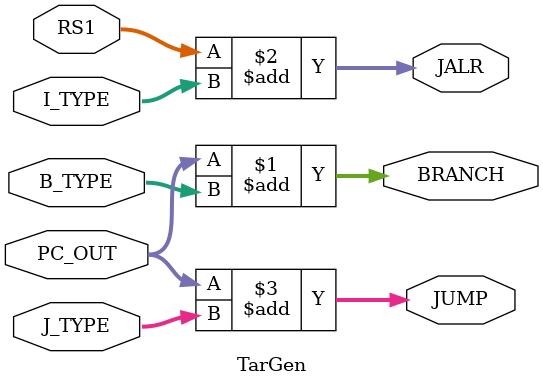
<source format=sv>
`timescale 1ns / 1ps

module OTTER_MCU(
    CLK,RST,INT, IOBUS_IN, IOBUS_OUT, IOBUS_ADDR,IOBUS_WR,RX,TX
);
    input CLK,RST,INT;
    input [31:0] IOBUS_IN;
    input RX;
    output TX;
    output [31:0] IOBUS_OUT, IOBUS_ADDR;
    output IOBUS_WR;

    // Temporary variables
    logic [31:0] decode_i, decode_pc, execute_i, execute_pc, memory_i, memory_pc,
    wb_i, wb_pc, pc_wait_out, rf_wr_out, jalr, branch, jal, mtvec, mepc, pc_mux_out, pc_out,
    pc_4, ir, dout2, mem_data_after, mem_addr_after, rf_mux_out, rs1, rs2, i_type,
    s_type, b_type, u_type, j_type, rs1_mux_out, rs2_mux_out, md1_out, reg_A_out,
    md2_out, reg_B_out, alu_out, alu_reg_out, wb_reg_out;
    logic pc_write, csrWrite, csr_reg, mie, memRead2, mem_we_after, mem_sign, regWrite, br_eq,
    br_lt, br_ltu, alu_srcA;
    logic [1:0] mem_size, rf_wr_sel, alu_srcB;
    logic [2:0] pc_src;
    logic [3:0] alu_func;

    logic clear_decode, clear_execute, clear_memory, clear_wb, refetch_pc;

    mux8_3 pc_mux(
        .ZERO(pc_4),
        .ONE(jalr),
        .TWO(branch),
        .THREE(jal),
        .FOUR(mtvec),
        .FIVE(mepc),
        .SEL(pc_src),
        .MUXOUT(pc_mux_out));

    PC OTTER_PC(
        .D_IN(pc_mux_out),
        .PC_WRITE(pc_write),
        .RST(RST),
        .CLK(CLK),
        .D_OUT(pc_out));
    assign pc_4 = pc_out + 4;

    Register DECODE_IR(.clk(CLK),.enable(1'b1),.din(ir),.dout(decode_i),.rst(RST),.setnull());
    Register DECODE_PC(.clk(CLK),.enable(1'b1),.din(pc_wait_out),.dout(decode_pc),.rst(RST),.setnull());

    Decode_Decoder DEC_DECODER(
        .DEC_IR(decode_i),
        .BR_EQ(br_eq),
        .BR_LTU(br_ltu),
        .BR_LT(br_lt),
        .ALU_SRCB(alu_srcB),
        .ALU_SRCA(alu_srcA),
        .PC_SOURCE(pc_src)
    );

    Register EXECUTE_IR(.clk(CLK),.enable(),.din(decode_i),.dout(execute_i),.rst(RST),.setnull());
    Register EXECUTE_PC(.clk(CLK),.enable(),.din(decode_pc),.dout(execute_pc),.rst(RST),.setnull());

    Execute_Decoder EXE_DECODER(
        .EXE_IR(execute_i),
        .CLEAR(),
        .ALU_FUNC(),
    );
    Register MEMORY_IR(.clk(CLK),.enable(),.din(execute_i),.dout(memory_i),.rst(RST),.setnull());
    Register MEMORY_PC(.clk(CLK),.enable(),.din(execute_pc),.dout(memory_pc),.rst(RST),.setnull());

    Register WB_IR(.clk(CLK),.enable(),.din(memory_i),.dout(wb_i),.rst(RST),.setnull());
    Register WB_PC(.clk(CLK),.enable(),.din(memory_pc),.dout(wb_pc),.rst(RST),.setnull());
    assign wb_pc_4 = wb_pc + 4;

    Register PC_WAIT(.clk(CLK),.enable(),.din(pc_out),.dout(pc_wait_out),.rst(RST),.setnull());

    CSR csr_intr(
        .CLK(CLK),
        .RST(rst_new),
        .INT_TAKEN(intTaken),
        .ADDR(ir[31:20]),
        .PC(pc_out),
        .WD(wb_reg_out),
        .WR_EN(csrWrite),
        .RD(csr_reg),
        .CSR_MEPC(mepc), //return ADDRess after handling trap-interrupt
        .CSR_MTVEC(mtvec),  //trap handler ADDRess
        .CSR_MIE(mie) //interrupt enable register
    );

    OTTER_mem_byte OTTER_MEMORY(
        .MEM_CLK(CLK),
        .MEM_ADDR1(pc_out),
        .MEM_READ1(1'b1),
        .MEM_DOUT1(ir),
        .MEM_DOUT2(dout2),
        .MEM_DIN2(md2_out),
        .MEM_ADDR2(alu_reg_out),
        .MEM_SIZE(ir[13:12]),
        .MEM_READ2(memRead2),
        .MEM_WRITE2(memWrite),
        .IO_IN(IOBUS_IN),
        .IO_WR(IOBUS_WR),
        .MEM_SIGN(mem_sign)
    );

    mux4_1 rf_wr_mux(
        .ZERO(wb_pc_4),
        .ONE(csr_reg),
        .TWO(dout2),
        .THREE(wb_reg_out),
        .SEL(rf_wr_sel),
        .MUXOUT(rf_wr_out)
    );

    RegisterFile32x32 GPRs(
        .CLK(CLK),
        .EN(regWrite),
        .WD(rf_mux_out),
        .ADR1(ir[19:15]),
        .ADR2(ir[24:20]),
        .WA(ir[11:7]),
        .RS1(rs1),
        .RS2(rs2)
    );

    CondGen condition_generator(
        .RS1(rs1),
        .RS2(rs2),
        .BR_EQ(br_eq),
        .BR_LT(br_lt),
        .BR_LTU(br_ltu)
    );

    ImmGen immediate_generator(
        .IR(ir),
        .I(i_type),
        .S(s_type),
        .B(b_type),
        .U(u_type),
        .J(j_type));

    mux2_1 rs1Mux(
        .ZERO(rs1),
        .ONE(u_type),
        .SEL(alu_srcA),
        .MUXOUT(rs1_mux_out));

    mux4_1 rs2Mux(
        .ZERO(rs2),
        .ONE(i_type),
        .TWO(s_type),
        .THREE(decode_pc),
        .SEL(alu_srcB),
        .MUXOUT(rs2_mux_out));

    Register registerA(
        .din(rs1_mux_out),
        .en(1),
        .clk(CLK),
        .rst(0),
        .dout(reg_A_out)
    );

    Register registerB(
        .din(rs2_mux_out),
        .en(1),
        .clk(CLK),
        .rst(0),
        .dout(reg_B_out)
    );

    Register MD1(
        .din(rs2),
        .en(1),
        .clk(CLK),
        .rst(0),
        .dout(md1_out)
    );

    Register MD2(
        .din(md1_out),
        .en(1),
        .clk(CLK),
        .rst(0),
        .dout(md2_out)
    );
    ALU alu_main(
        .A(reg_A_out),
        .B(reg_B_out),
        .ALU_FUN(alu_func),
        .ALU_OUT(alu_out)
    );

    Register alu_reg(
        .din(alu_out),
        .en(1),
        .clk(CLK),
        .rst(0),
        .dout(alu_reg_out)
    );

    Register wb_reg(
        .din(alu_reg_out),
        .en(1),
        .clk(CLK),
        .rst(0),
        .dout(wb_reg_out)
    );

endmodule





module OTTER_MCU_old(
CLK,RST,INT, IOBUS_IN, IOBUS_OUT, IOBUS_ADDR,IOBUS_WR,RX,TX
    );
    input CLK,RST,INT;
    input [31:0] IOBUS_IN;
    input RX;
    output TX;
    output [31:0] IOBUS_OUT, IOBUS_ADDR;
    output IOBUS_WR;
    logic [31:0] jalr, branch, jump, pc_4, d_in, pc_out,ir,
    csr_reg,dout2,wd,rs1,rs2, alu_a, alu_b, utype, itype,stype,jtype,
    btype, alu_out,mepc,mtvec,
    prog_ram_addr,prog_ram_data, mem_data_after,mem_size,mem_addr_after;
    logic [3:0] alu_fun;
    logic [1:0] rf_wr_sel, alu_srcB;
    logic [2:0] pcSource;
    logic pc_write, regWrite, alu_srcA,br_eq,br_lt,br_ltu,memRead1,
     memRead2,memWrite,intTaken,csrWrite, interrupt,mie,
     rst_new,prog_rst,prg_we, mem_we_after;

    or or1(rst_new, RST,prog_rst);
    //assign rst_new = RST | prog_rst;
    assign mem_we_after = memWrite | prg_we;

    //everything below this line is pipelining additions
    logic [31:0] decodeIRout,executeIRout, executeRS1out,executeRS2out,executeMD2out,memoryIRout,memoryALU_OUTout,memoryMD2out,wa;

    OTTER_mem_byte mem_main(
    .MEM_CLK(CLK),
    .MEM_ADDR1(pc_out),
    .MEM_READ1(memRead1),
    .MEM_DOUT1(ir),
    .MEM_DOUT2(dout2),
    .MEM_DIN2(mem_data_after),
    .MEM_ADDR2(mem_addr_after),
    .MEM_SIZE(mem_size),
    .MEM_READ2(memRead2),
    .MEM_WRITE2(mem_we_after),
    .IO_IN(IOBUS_IN),
    .IO_WR(IOBUS_WR),
    .MEM_SIGN(ir[14])

    ); //should be done
    //OTTER_mem_byte(MEM_CLK,MEM_ADDR1,MEM_ADDR2,MEM_DIN2,MEM_WRITE2,MEM_READ1,MEM_READ2,ERR,MEM_DOUT1,MEM_DOUT2,IO_IN,IO_WR,MEM_SIZE,MEM_SIGN);

//    Register decodeIR(.clk(CLK),.enable(decodeIRen),.rst(),.din(ir),.dout(decodeIRout));

//    Register executeIR(.clk(CLK),.enable(executeIRen),.rst(),.din(decodeIRout),.dout(executeIRout));

//    Register executeRS1(.clk(CLK),.enable(executeRS1en),.rst(),.din(rs1),.dout(executeRS1out));

//    Register executeRS2(.clk(CLK),.enable(executeRS2en),.rst(),.din(rs2),.dout(executeRS2out));

//    Register executeMD2(.clk(CLK),.enable(executeMemoryData2en),.rst(),.din(rs2),.dout(executeMD2out));

//    Register memoryIR(.clk(CLK),.enable(memoryIRen),.rst(),.din(executeIRout),.dout(memoryIRout));

//    Register memoryALU_OUT(.clk(CLK),.enable(memoryALU_OUTen),.rst(),.din(alu_out),.dout(memoryALU_OUTout));

//    Register memoryMD2(.clk(CLK),.enable(memoryMemoryData2en),.rst(),.din(executeMD2out),.dout(memoryMD2out));

//    Register writebackIR(.clk(CLK),.enable(writebackIRen),.rst(),.din(memoryIRout),.dout(wa));

//    Register writebackData(.clk(CLK),.enable(writebackDataen),.rst(),.din((wbsel)?dout2:memoryALU_OUTout),.dout(wd));




    ALU alu_main(.A(alu_a),.B(alu_b),.ALU_FUN(alu_fun),.ALU_OUT(alu_out));

    CondGen gen_decoder(.RS1(rs1),.RS2(rs2),.BR_EQ(br_eq),.BR_LT(br_lt),.BR_LTU(br_ltu));// done

    CUDecoder cudecoder_main(.BR_EQ(br_eq),.BR_LT(br_lt),.BR_LTU(br_ltu),.FUNC3(ir[14:12]),.FUNC7(ir[31:25]),.CU_OPCODE(ir[6:0]),.ALU_FUN(alu_fun),.ALU_SRCA(alu_srcA),.ALU_SRCB(alu_srcB),.PC_SOURCE(pcSource),.RF_WR_SEL(rf_wr_sel),.INT_TAKEN(intTaken));//BR_EQ, BR_LT,BR_LTU, FUNC3, FUNC7, CU_OPCODE,ALU_FUN, ALU_SRCA, ALU_SRCB, PC_SOURCE, RF_WR_SEL

    PC pc_main(.CLK(CLK),.RST(rst_new),.D_IN(d_in),.D_OUT(pc_out),.PC_WRITE(pc_write)); //done

    RegisterFile32x32 rf_main(.CLK(CLK),.ADR1(ir[19:15]),.ADR2(ir[24:20]),.WA(ir[11:7]),.EN(regWrite),.WD(wd),.RS1(rs1),.RS2(rs2));//done

    mux2_1 alu_mux_2(.SEL(alu_srcA),.ZERO(rs1),.ONE(utype),.MUXOUT(alu_a));//done

    mux2_1 din1_mux_2(.SEL(prg_we),.ZERO(rs2),.ONE(prog_ram_data),.MUXOUT(mem_data_after));

    mux2_1 addr2_mux_2(.SEL(prg_we),.ZERO(alu_out),.ONE(prog_ram_addr),.MUXOUT(mem_addr_after));

    mux2_1 size_mux_2(.SEL(prg_we),.ZERO(ir[13:12]),.ONE(2'b10),.MUXOUT(mem_size));

    mux4_1 alu_mux_4(.SEL(alu_srcB),.ZERO(rs2),.ONE(itype),.TWO(stype),.THREE(pc_out),.MUXOUT(alu_b)); //done

    mux4_1 reg_mux_4(.SEL(rf_wr_sel),.ZERO(pc_4),.ONE(csr_reg),.TWO(dout2),.THREE(alu_out),.MUXOUT(wd)); //done

    mux8_3 pc_mux_8 (.ZERO(pc_4),.ONE(jalr),.TWO(branch),.THREE(jump),.FOUR(mtvec),.FIVE(mepc),.SEL(pcSource),.MUXOUT(d_in)); //done

    ImmGen imm_gen_main (.IR(ir),.I(itype),.S(stype),.B(btype),.U(utype),.J(jtype));

    TarGen tar_gen_main (.RS1(rs1),.I_TYPE(itype),.B_TYPE(btype),.J_TYPE(jtype),.PC_OUT(pc_out),.JALR(jalr),.BRANCH(branch),.JUMP(jump));

    CU_FSM fsm_main(.CLK(CLK),.RST(rst_new),.INT(interrupt),.CSR_WRITE(csrWrite),.CU_OPCODE(ir[6:0]),.FUNC3(ir[14:12]),.PC_WRITE(pc_write),.REG_WRITE(regWrite),.MEM_WRITE(memWrite),.MEM_READ1(memRead1),.MEM_READ2(memRead2),.INT_TAKEN(intTaken));//CLK,INT, RST, CU_OPCODE,PC_WRITE,REG_WRITE,MEM_WRITE,MEM_READ1,MEM_READ2

    CSR csr_intr  (.CLK(CLK), .RST(rst_new),.INT_TAKEN(intTaken),.ADDR(ir[31:20]), .PC(pc_out),.WD(alu_out),.WR_EN(csrWrite),.RD(csr_reg),.CSR_MEPC(mepc), //return ADDRess after handling trap-interrupt
            .CSR_MTVEC(mtvec),  //trap handler ADDRess
           .CSR_MIE(mie) //interrupt enable register
    );

    programmer #(.CLK_RATE(50), .BAUD(115200), .IB_TIMEOUT(200),
    .WAIT_TIMEOUT(500))
    programmer(.clk(CLK), .rst(RST), .srx(RX), .stx(TX),
    .mcu_reset(prog_rst), .ram_addr(prog_ram_addr),
    .ram_data(prog_ram_data), .ram_we(prg_we));

    assign pc_4 = pc_out + 4;
    assign IOBUS_ADDR = mem_addr_after;
    assign IOBUS_OUT = mem_data_after;
    assign interrupt = mie & INT;

endmodule


module ImmGen(IR,I,S,B,U,J);
    input [31:0] IR;
    output [31:0] I, S, B, U, J;
    assign I = {{21{IR[31]}},IR[30:20]};
    //shoulc all be correct bit widths
    assign S = {{21{IR[31]}},IR[30:25],IR[11:7]};
    //b is correct
    assign B = {{20 {IR[31]}},IR[7],IR[30:25],IR[11:8],1'b0};
    //U-type shoud now be correct.
    assign U = {IR[31],IR[30:20],IR[19:12],{12{1'b0}}};
    //J us right bit width
    assign J = {{12{IR[31]}},IR[19:12],IR[20],IR[30:25],IR[24:21],1'b0};


endmodule

module TarGen(RS1,I_TYPE,B_TYPE,J_TYPE,PC_OUT,JALR,BRANCH,JUMP);
input[31:0] RS1, I_TYPE,B_TYPE,J_TYPE,PC_OUT;
output logic [31:0] JALR, BRANCH, JUMP;
assign BRANCH = PC_OUT + B_TYPE;
assign JALR = RS1 + I_TYPE;
assign JUMP = PC_OUT + J_TYPE;
endmodule

</source>
